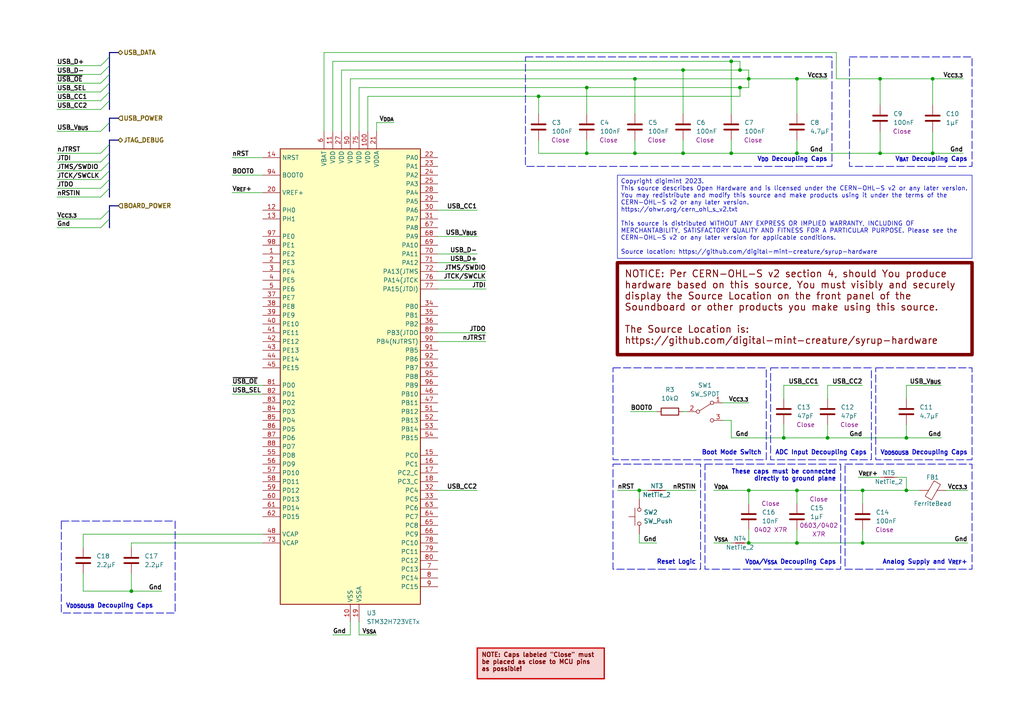
<source format=kicad_sch>
(kicad_sch (version 20230121) (generator eeschema)
  (paper "A4")
  (title_block (title "Syrup Hardware Soundboard: Microcontroller") (date "2023-12-22") (rev "0.1.0") (company "https://twitch.tv/digimint") (comment 1 "Source Location: https://github.com/digital-mint-creature/syrup-hardware") (comment 3 "Licensed under CERN-OHL- v2 or any later version") (comment 4 "Copyright digimint 2023"))
  (lib_symbols
    (symbol "Device:C" (pin_numbers hide) (pin_names (offset 0.254))
      (property "Reference" "C" (at 0.635 2.54 0))
      (property "Value" "C" (at 0.635 -2.54 0))
      (symbol "C_0_1"
        (polyline (pts (xy -2.032 -0.762) (xy 2.032 -0.762)) (stroke (width 0.508)))
        (polyline (pts (xy -2.032 0.762) (xy 2.032 0.762)) (stroke (width 0.508)))
      )
      (symbol "C_1_1"
        (pin passive line (at 0 3.81 270) (length 2.794) (name "~") (number "1"))
        (pin passive line (at 0 -3.81 90) (length 2.794) (name "~") (number "2"))
      )
    )
    (symbol "Device:FerriteBead" (pin_numbers hide) (pin_names (offset 0))
      (property "Reference" "FB" (at -3.81 0.635 90))
      (property "Value" "FerriteBead" (at 3.81 0 90))
      (symbol "FerriteBead_0_1"
        (polyline (pts (xy 0 -1.27) (xy 0 -1.2192)))
        (polyline (pts (xy 0 1.27) (xy 0 1.2954)))
        (polyline (pts (xy -2.7686 0.4064) (xy -1.7018 2.2606) (xy 2.7686 -0.3048) (xy 1.6764 -2.159) (xy -2.7686 0.4064)))
      )
      (symbol "FerriteBead_1_1"
        (pin passive line (at 0 3.81 270) (length 2.54) (name "~") (number "1"))
        (pin passive line (at 0 -3.81 90) (length 2.54) (name "~") (number "2"))
      )
    )
    (symbol "Device:NetTie_2" (pin_numbers hide) (pin_names (offset 0) hide) (in_bom no)
      (property "Reference" "NT" (at 0 1.27 0))
      (property "Value" "NetTie_2" (at 0 -1.27 0))
      (symbol "NetTie_2_0_1"
        (polyline (pts (xy -1.27 0) (xy 1.27 0)) (stroke (width 0.254)))
      )
      (symbol "NetTie_2_1_1"
        (pin passive line (at -2.54 0 0) (length 2.54) (name "1") (number "1"))
        (pin passive line (at 2.54 0 180) (length 2.54) (name "2") (number "2"))
      )
    )
    (symbol "Device:R" (pin_numbers hide) (pin_names (offset 0))
      (property "Reference" "R" (at 2.032 0 90))
      (property "Value" "R" (at 0 0 90))
      (symbol "R_0_1"
        (rectangle (start -1.016 -2.54) (end 1.016 2.54) (stroke (width 0.254)))
      )
      (symbol "R_1_1"
        (pin passive line (at 0 3.81 270) (length 1.27) (name "~") (number "1"))
        (pin passive line (at 0 -3.81 90) (length 1.27) (name "~") (number "2"))
      )
    )
    (symbol "MCU_ST_STM32H7:STM32H723VETx"
      (property "Reference" "U" (at -20.32 67.31 0))
      (property "Value" "STM32H723VETx" (at 10.16 67.31 0))
      (symbol "STM32H723VETx_0_1"
        (rectangle (start -20.32 -66.04) (end 20.32 66.04) (stroke (width 0.254)) (fill (type background)))
      )
      (symbol "STM32H723VETx_1_1"
        (pin bidirectional line (at -25.4 35.56 0) (length 5.08) (name "PE2") (number "1"))
        (pin power_in line (at 0 -71.12 90) (length 5.08) (name "VSS") (number "10"))
        (pin power_in line (at 5.08 71.12 270) (length 5.08) (name "VDD") (number "100"))
        (pin power_in line (at -5.08 71.12 270) (length 5.08) (name "VDD") (number "11"))
        (pin bidirectional line (at -25.4 48.26 0) (length 5.08) (name "PH0") (number "12"))
        (pin bidirectional line (at -25.4 45.72 0) (length 5.08) (name "PH1") (number "13"))
        (pin input line (at -25.4 63.5 0) (length 5.08) (name "NRST") (number "14"))
        (pin bidirectional line (at 25.4 -22.86 180) (length 5.08) (name "PC0") (number "15"))
        (pin bidirectional line (at 25.4 -25.4 180) (length 5.08) (name "PC1") (number "16"))
        (pin bidirectional line (at 25.4 -27.94 180) (length 5.08) (name "PC2_C") (number "17"))
        (pin bidirectional line (at 25.4 -30.48 180) (length 5.08) (name "PC3_C") (number "18"))
        (pin power_in line (at 2.54 -71.12 90) (length 5.08) (name "VSSA") (number "19"))
        (pin bidirectional line (at -25.4 33.02 0) (length 5.08) (name "PE3") (number "2"))
        (pin input line (at -25.4 53.34 0) (length 5.08) (name "VREF+") (number "20"))
        (pin power_in line (at 7.62 71.12 270) (length 5.08) (name "VDDA") (number "21"))
        (pin bidirectional line (at 25.4 63.5 180) (length 5.08) (name "PA0") (number "22"))
        (pin bidirectional line (at 25.4 60.96 180) (length 5.08) (name "PA1") (number "23"))
        (pin bidirectional line (at 25.4 58.42 180) (length 5.08) (name "PA2") (number "24"))
        (pin bidirectional line (at 25.4 55.88 180) (length 5.08) (name "PA3") (number "25"))
        (pin passive line (at 0 -71.12 90) (length 5.08) hide (name "VSS") (number "26"))
        (pin power_in line (at -2.54 71.12 270) (length 5.08) (name "VDD") (number "27"))
        (pin bidirectional line (at 25.4 53.34 180) (length 5.08) (name "PA4") (number "28"))
        (pin bidirectional line (at 25.4 50.8 180) (length 5.08) (name "PA5") (number "29"))
        (pin bidirectional line (at -25.4 30.48 0) (length 5.08) (name "PE4") (number "3"))
        (pin bidirectional line (at 25.4 48.26 180) (length 5.08) (name "PA6") (number "30"))
        (pin bidirectional line (at 25.4 45.72 180) (length 5.08) (name "PA7") (number "31"))
        (pin bidirectional line (at 25.4 -33.02 180) (length 5.08) (name "PC4") (number "32"))
        (pin bidirectional line (at 25.4 -35.56 180) (length 5.08) (name "PC5") (number "33"))
        (pin bidirectional line (at 25.4 20.32 180) (length 5.08) (name "PB0") (number "34"))
        (pin bidirectional line (at 25.4 17.78 180) (length 5.08) (name "PB1") (number "35"))
        (pin bidirectional line (at 25.4 15.24 180) (length 5.08) (name "PB2") (number "36"))
        (pin bidirectional line (at -25.4 22.86 0) (length 5.08) (name "PE7") (number "37"))
        (pin bidirectional line (at -25.4 20.32 0) (length 5.08) (name "PE8") (number "38"))
        (pin bidirectional line (at -25.4 17.78 0) (length 5.08) (name "PE9") (number "39"))
        (pin bidirectional line (at -25.4 27.94 0) (length 5.08) (name "PE5") (number "4"))
        (pin bidirectional line (at -25.4 15.24 0) (length 5.08) (name "PE10") (number "40"))
        (pin bidirectional line (at -25.4 12.7 0) (length 5.08) (name "PE11") (number "41"))
        (pin bidirectional line (at -25.4 10.16 0) (length 5.08) (name "PE12") (number "42"))
        (pin bidirectional line (at -25.4 7.62 0) (length 5.08) (name "PE13") (number "43"))
        (pin bidirectional line (at -25.4 5.08 0) (length 5.08) (name "PE14") (number "44"))
        (pin bidirectional line (at -25.4 2.54 0) (length 5.08) (name "PE15") (number "45"))
        (pin bidirectional line (at 25.4 -5.08 180) (length 5.08) (name "PB10") (number "46"))
        (pin bidirectional line (at 25.4 -7.62 180) (length 5.08) (name "PB11") (number "47"))
        (pin power_out line (at -25.4 -45.72 0) (length 5.08) (name "VCAP") (number "48"))
        (pin passive line (at 0 -71.12 90) (length 5.08) hide (name "VSS") (number "49"))
        (pin bidirectional line (at -25.4 25.4 0) (length 5.08) (name "PE6") (number "5"))
        (pin power_in line (at 0 71.12 270) (length 5.08) (name "VDD") (number "50"))
        (pin bidirectional line (at 25.4 -10.16 180) (length 5.08) (name "PB12") (number "51"))
        (pin bidirectional line (at 25.4 -12.7 180) (length 5.08) (name "PB13") (number "52"))
        (pin bidirectional line (at 25.4 -15.24 180) (length 5.08) (name "PB14") (number "53"))
        (pin bidirectional line (at 25.4 -17.78 180) (length 5.08) (name "PB15") (number "54"))
        (pin bidirectional line (at -25.4 -22.86 0) (length 5.08) (name "PD8") (number "55"))
        (pin bidirectional line (at -25.4 -25.4 0) (length 5.08) (name "PD9") (number "56"))
        (pin bidirectional line (at -25.4 -27.94 0) (length 5.08) (name "PD10") (number "57"))
        (pin bidirectional line (at -25.4 -30.48 0) (length 5.08) (name "PD11") (number "58"))
        (pin bidirectional line (at -25.4 -33.02 0) (length 5.08) (name "PD12") (number "59"))
        (pin power_in line (at -7.62 71.12 270) (length 5.08) (name "VBAT") (number "6"))
        (pin bidirectional line (at -25.4 -35.56 0) (length 5.08) (name "PD13") (number "60"))
        (pin bidirectional line (at -25.4 -38.1 0) (length 5.08) (name "PD14") (number "61"))
        (pin bidirectional line (at -25.4 -40.64 0) (length 5.08) (name "PD15") (number "62"))
        (pin bidirectional line (at 25.4 -38.1 180) (length 5.08) (name "PC6") (number "63"))
        (pin bidirectional line (at 25.4 -40.64 180) (length 5.08) (name "PC7") (number "64"))
        (pin bidirectional line (at 25.4 -43.18 180) (length 5.08) (name "PC8") (number "65"))
        (pin bidirectional line (at 25.4 -45.72 180) (length 5.08) (name "PC9") (number "66"))
        (pin bidirectional line (at 25.4 43.18 180) (length 5.08) (name "PA8") (number "67"))
        (pin bidirectional line (at 25.4 40.64 180) (length 5.08) (name "PA9") (number "68"))
        (pin bidirectional line (at 25.4 38.1 180) (length 5.08) (name "PA10") (number "69"))
        (pin bidirectional line (at 25.4 -55.88 180) (length 5.08) (name "PC13") (number "7"))
        (pin bidirectional line (at 25.4 35.56 180) (length 5.08) (name "PA11") (number "70"))
        (pin bidirectional line (at 25.4 33.02 180) (length 5.08) (name "PA12") (number "71"))
        (pin bidirectional line (at 25.4 30.48 180) (length 5.08) (name "PA13(JTMS") (number "72"))
        (pin power_out line (at -25.4 -48.26 0) (length 5.08) (name "VCAP") (number "73"))
        (pin passive line (at 0 -71.12 90) (length 5.08) hide (name "VSS") (number "74"))
        (pin power_in line (at 2.54 71.12 270) (length 5.08) (name "VDD") (number "75"))
        (pin bidirectional line (at 25.4 27.94 180) (length 5.08) (name "PA14(JTCK") (number "76"))
        (pin bidirectional line (at 25.4 25.4 180) (length 5.08) (name "PA15(JTDI)") (number "77"))
        (pin bidirectional line (at 25.4 -48.26 180) (length 5.08) (name "PC10") (number "78"))
        (pin bidirectional line (at 25.4 -50.8 180) (length 5.08) (name "PC11") (number "79"))
        (pin bidirectional line (at 25.4 -58.42 180) (length 5.08) (name "PC14") (number "8"))
        (pin bidirectional line (at 25.4 -53.34 180) (length 5.08) (name "PC12") (number "80"))
        (pin bidirectional line (at -25.4 -2.54 0) (length 5.08) (name "PD0") (number "81"))
        (pin bidirectional line (at -25.4 -5.08 0) (length 5.08) (name "PD1") (number "82"))
        (pin bidirectional line (at -25.4 -7.62 0) (length 5.08) (name "PD2") (number "83"))
        (pin bidirectional line (at -25.4 -10.16 0) (length 5.08) (name "PD3") (number "84"))
        (pin bidirectional line (at -25.4 -12.7 0) (length 5.08) (name "PD4") (number "85"))
        (pin bidirectional line (at -25.4 -15.24 0) (length 5.08) (name "PD5") (number "86"))
        (pin bidirectional line (at -25.4 -17.78 0) (length 5.08) (name "PD6") (number "87"))
        (pin bidirectional line (at -25.4 -20.32 0) (length 5.08) (name "PD7") (number "88"))
        (pin bidirectional line (at 25.4 12.7 180) (length 5.08) (name "PB3(JTDO") (number "89"))
        (pin bidirectional line (at 25.4 -60.96 180) (length 5.08) (name "PC15") (number "9"))
        (pin bidirectional line (at 25.4 10.16 180) (length 5.08) (name "PB4(NJTRST)") (number "90"))
        (pin bidirectional line (at 25.4 7.62 180) (length 5.08) (name "PB5") (number "91"))
        (pin bidirectional line (at 25.4 5.08 180) (length 5.08) (name "PB6") (number "92"))
        (pin bidirectional line (at 25.4 2.54 180) (length 5.08) (name "PB7") (number "93"))
        (pin input line (at -25.4 58.42 0) (length 5.08) (name "BOOT0") (number "94"))
        (pin bidirectional line (at 25.4 0 180) (length 5.08) (name "PB8") (number "95"))
        (pin bidirectional line (at 25.4 -2.54 180) (length 5.08) (name "PB9") (number "96"))
        (pin bidirectional line (at -25.4 40.64 0) (length 5.08) (name "PE0") (number "97"))
        (pin bidirectional line (at -25.4 38.1 0) (length 5.08) (name "PE1") (number "98"))
        (pin passive line (at 0 -71.12 90) (length 5.08) hide (name "VSS") (number "99"))
      )
    )
    (symbol "Switch:SW_Push" (pin_numbers hide) (pin_names (offset 1.016) hide)
      (property "Reference" "SW" (at 1.27 2.54 0))
      (property "Value" "SW_Push" (at 0 -1.524 0))
      (symbol "SW_Push_0_1"
        (circle (center -2.032 0) (radius 0.508))
        (polyline (pts (xy 0 1.27) (xy 0 3.048)))
        (polyline (pts (xy 2.54 1.27) (xy -2.54 1.27)))
        (circle (center 2.032 0) (radius 0.508))
        (pin passive line (at -5.08 0 0) (length 2.54) (name "1") (number "1"))
        (pin passive line (at 5.08 0 180) (length 2.54) (name "2") (number "2"))
      )
    )
    (symbol "Switch:SW_SPDT" (pin_names (offset 0) hide)
      (property "Reference" "SW" (at 0 4.318 0))
      (property "Value" "SW_SPDT" (at 0 -5.08 0))
      (symbol "SW_SPDT_0_0"
        (circle (center -2.032 0) (radius 0.508))
        (circle (center 2.032 -2.54) (radius 0.508))
      )
      (symbol "SW_SPDT_0_1"
        (polyline (pts (xy -1.524 0.254) (xy 1.651 2.286)))
        (circle (center 2.032 2.54) (radius 0.508))
      )
      (symbol "SW_SPDT_1_1"
        (pin passive line (at 5.08 2.54 180) (length 2.54) (name "A") (number "1"))
        (pin passive line (at -5.08 0 0) (length 2.54) (name "B") (number "2"))
        (pin passive line (at 5.08 -2.54 180) (length 2.54) (name "C") (number "3"))
      )
    )
  )
  (junction (at 198.12 44.45))
  (junction (at 217.17 157.48))
  (junction (at 214.63 20.32))
  (junction (at 217.17 22.86))
  (junction (at 231.14 44.45))
  (junction (at 231.14 157.48))
  (junction (at 214.63 25.4))
  (junction (at 250.19 157.48))
  (junction (at 270.51 22.86))
  (junction (at 255.27 44.45))
  (junction (at 184.15 44.45))
  (junction (at 212.09 17.78))
  (junction (at 170.18 25.4))
  (junction (at 38.1 171.45))
  (junction (at 231.14 22.86))
  (junction (at 270.51 44.45))
  (junction (at 217.17 142.24))
  (junction (at 184.15 22.86))
  (junction (at 198.12 20.32))
  (junction (at 262.89 142.24))
  (junction (at 262.89 127))
  (junction (at 255.27 22.86))
  (junction (at 212.09 44.45))
  (junction (at 170.18 44.45))
  (junction (at 227.33 127))
  (junction (at 156.21 27.94))
  (junction (at 231.14 142.24))
  (junction (at 240.03 127))
  (junction (at 185.42 142.24))
  (junction (at 250.19 142.24))
  (bus_entry (at 31.75 49.53) (size -2.54 2.54))
  (bus_entry (at 31.75 21.59) (size -2.54 2.54))
  (bus_entry (at 31.75 44.45) (size -2.54 2.54))
  (bus_entry (at 31.75 52.07) (size -2.54 2.54))
  (bus_entry (at 31.75 26.67) (size -2.54 2.54))
  (bus_entry (at 31.75 16.51) (size -2.54 2.54))
  (bus_entry (at 31.75 35.56) (size -2.54 2.54))
  (bus_entry (at 31.75 54.61) (size -2.54 2.54))
  (bus_entry (at 31.75 41.91) (size -2.54 2.54))
  (bus_entry (at 31.75 60.96) (size -2.54 2.54))
  (bus_entry (at 31.75 63.5) (size -2.54 2.54))
  (bus_entry (at 31.75 24.13) (size -2.54 2.54))
  (bus_entry (at 31.75 19.05) (size -2.54 2.54))
  (bus_entry (at 31.75 46.99) (size -2.54 2.54))
  (bus_entry (at 31.75 29.21) (size -2.54 2.54))
  (wire (pts (xy 156.21 27.94) (xy 156.21 33.02)))
  (wire (pts (xy 231.14 22.86) (xy 240.03 22.86)))
  (wire (pts (xy 270.51 44.45) (xy 279.4 44.45)))
  (wire (pts (xy 185.42 154.94) (xy 185.42 157.48)))
  (bus (pts (xy 31.75 63.5) (xy 31.75 66.04)))
  (wire (pts (xy 262.89 123.19) (xy 262.89 127)))
  (wire (pts (xy 16.51 66.04) (xy 29.21 66.04)))
  (wire (pts (xy 67.31 45.72) (xy 76.2 45.72)))
  (wire (pts (xy 127 73.66) (xy 138.43 73.66)))
  (wire (pts (xy 184.15 40.64) (xy 184.15 44.45)))
  (bus (pts (xy 31.75 52.07) (xy 31.75 54.61)))
  (wire (pts (xy 184.15 22.86) (xy 184.15 33.02)))
  (wire (pts (xy 179.07 142.24) (xy 185.42 142.24)))
  (wire (pts (xy 212.09 127) (xy 212.09 121.92)))
  (wire (pts (xy 185.42 142.24) (xy 187.96 142.24)))
  (wire (pts (xy 24.13 154.94) (xy 24.13 158.75)))
  (wire (pts (xy 16.51 44.45) (xy 29.21 44.45)))
  (bus (pts (xy 34.29 34.29) (xy 31.75 34.29)))
  (wire (pts (xy 16.51 52.07) (xy 29.21 52.07)))
  (wire (pts (xy 185.42 157.48) (xy 190.5 157.48)))
  (wire (pts (xy 93.98 38.1) (xy 93.98 15.24)))
  (bus (pts (xy 31.75 59.69) (xy 31.75 60.96)))
  (wire (pts (xy 76.2 154.94) (xy 24.13 154.94)))
  (wire (pts (xy 99.06 38.1) (xy 99.06 20.32)))
  (wire (pts (xy 170.18 25.4) (xy 170.18 33.02)))
  (wire (pts (xy 184.15 44.45) (xy 198.12 44.45)))
  (wire (pts (xy 16.51 38.1) (xy 29.21 38.1)))
  (wire (pts (xy 217.17 142.24) (xy 217.17 146.05)))
  (wire (pts (xy 185.42 142.24) (xy 185.42 144.78)))
  (wire (pts (xy 24.13 171.45) (xy 38.1 171.45)))
  (wire (pts (xy 127 68.58) (xy 138.43 68.58)))
  (wire (pts (xy 207.01 142.24) (xy 217.17 142.24)))
  (wire (pts (xy 242.57 15.24) (xy 242.57 22.86)))
  (wire (pts (xy 274.32 142.24) (xy 280.67 142.24)))
  (wire (pts (xy 182.88 119.38) (xy 190.5 119.38)))
  (wire (pts (xy 156.21 40.64) (xy 156.21 44.45)))
  (bus (pts (xy 31.75 34.29) (xy 31.75 35.56)))
  (wire (pts (xy 227.33 123.19) (xy 227.33 127)))
  (wire (pts (xy 198.12 40.64) (xy 198.12 44.45)))
  (wire (pts (xy 212.09 44.45) (xy 231.14 44.45)))
  (wire (pts (xy 214.63 20.32) (xy 217.17 20.32)))
  (wire (pts (xy 217.17 142.24) (xy 231.14 142.24)))
  (wire (pts (xy 248.92 138.43) (xy 255.27 138.43)))
  (bus (pts (xy 31.75 35.56) (xy 31.75 38.1)))
  (wire (pts (xy 198.12 44.45) (xy 212.09 44.45)))
  (wire (pts (xy 262.89 138.43) (xy 262.89 142.24)))
  (bus (pts (xy 31.75 41.91) (xy 31.75 44.45)))
  (wire (pts (xy 214.63 25.4) (xy 217.17 25.4)))
  (wire (pts (xy 270.51 38.1) (xy 270.51 44.45)))
  (wire (pts (xy 170.18 40.64) (xy 170.18 44.45)))
  (wire (pts (xy 262.89 127) (xy 273.05 127)))
  (wire (pts (xy 237.49 111.76) (xy 227.33 111.76)))
  (wire (pts (xy 93.98 15.24) (xy 242.57 15.24)))
  (wire (pts (xy 156.21 44.45) (xy 170.18 44.45)))
  (wire (pts (xy 240.03 127) (xy 262.89 127)))
  (wire (pts (xy 109.22 35.56) (xy 114.3 35.56)))
  (wire (pts (xy 198.12 20.32) (xy 214.63 20.32)))
  (wire (pts (xy 262.89 111.76) (xy 262.89 115.57)))
  (wire (pts (xy 273.05 111.76) (xy 262.89 111.76)))
  (wire (pts (xy 270.51 22.86) (xy 270.51 30.48)))
  (wire (pts (xy 99.06 20.32) (xy 198.12 20.32)))
  (wire (pts (xy 255.27 38.1) (xy 255.27 44.45)))
  (wire (pts (xy 127 81.28) (xy 140.97 81.28)))
  (wire (pts (xy 156.21 27.94) (xy 214.63 27.94)))
  (wire (pts (xy 101.6 38.1) (xy 101.6 22.86)))
  (wire (pts (xy 227.33 111.76) (xy 227.33 115.57)))
  (wire (pts (xy 214.63 17.78) (xy 214.63 20.32)))
  (bus (pts (xy 31.75 40.64) (xy 34.29 40.64)))
  (wire (pts (xy 250.19 111.76) (xy 240.03 111.76)))
  (wire (pts (xy 260.35 138.43) (xy 262.89 138.43)))
  (wire (pts (xy 231.14 22.86) (xy 231.14 33.02)))
  (wire (pts (xy 217.17 153.67) (xy 217.17 157.48)))
  (wire (pts (xy 212.09 17.78) (xy 212.09 33.02)))
  (wire (pts (xy 67.31 114.3) (xy 76.2 114.3)))
  (bus (pts (xy 31.75 21.59) (xy 31.75 24.13)))
  (wire (pts (xy 255.27 22.86) (xy 270.51 22.86)))
  (wire (pts (xy 67.31 55.88) (xy 76.2 55.88)))
  (bus (pts (xy 31.75 16.51) (xy 31.75 19.05)))
  (bus (pts (xy 31.75 24.13) (xy 31.75 26.67)))
  (wire (pts (xy 16.51 21.59) (xy 29.21 21.59)))
  (wire (pts (xy 38.1 157.48) (xy 38.1 158.75)))
  (wire (pts (xy 198.12 20.32) (xy 198.12 33.02)))
  (wire (pts (xy 127 99.06) (xy 140.97 99.06)))
  (bus (pts (xy 31.75 26.67) (xy 31.75 29.21)))
  (wire (pts (xy 212.09 121.92) (xy 209.55 121.92)))
  (wire (pts (xy 212.09 17.78) (xy 214.63 17.78)))
  (wire (pts (xy 127 96.52) (xy 140.97 96.52)))
  (wire (pts (xy 231.14 142.24) (xy 250.19 142.24)))
  (wire (pts (xy 217.17 157.48) (xy 231.14 157.48)))
  (wire (pts (xy 255.27 44.45) (xy 270.51 44.45)))
  (wire (pts (xy 16.51 24.13) (xy 29.21 24.13)))
  (wire (pts (xy 250.19 153.67) (xy 250.19 157.48)))
  (wire (pts (xy 231.14 44.45) (xy 231.14 40.64)))
  (wire (pts (xy 104.14 184.15) (xy 109.22 184.15)))
  (wire (pts (xy 255.27 22.86) (xy 255.27 30.48)))
  (wire (pts (xy 231.14 142.24) (xy 231.14 146.05)))
  (wire (pts (xy 212.09 44.45) (xy 212.09 40.64)))
  (wire (pts (xy 250.19 142.24) (xy 262.89 142.24)))
  (wire (pts (xy 170.18 25.4) (xy 214.63 25.4)))
  (wire (pts (xy 76.2 157.48) (xy 38.1 157.48)))
  (wire (pts (xy 96.52 17.78) (xy 96.52 38.1)))
  (bus (pts (xy 31.75 15.24) (xy 31.75 16.51)))
  (wire (pts (xy 16.51 57.15) (xy 29.21 57.15)))
  (wire (pts (xy 16.51 46.99) (xy 29.21 46.99)))
  (wire (pts (xy 270.51 22.86) (xy 279.4 22.86)))
  (wire (pts (xy 127 78.74) (xy 140.97 78.74)))
  (bus (pts (xy 31.75 44.45) (xy 31.75 46.99)))
  (wire (pts (xy 250.19 142.24) (xy 250.19 146.05)))
  (wire (pts (xy 67.31 50.8) (xy 76.2 50.8)))
  (wire (pts (xy 231.14 157.48) (xy 250.19 157.48)))
  (wire (pts (xy 198.12 119.38) (xy 199.39 119.38)))
  (bus (pts (xy 31.75 19.05) (xy 31.75 21.59)))
  (wire (pts (xy 16.51 29.21) (xy 29.21 29.21)))
  (wire (pts (xy 104.14 180.34) (xy 104.14 184.15)))
  (wire (pts (xy 101.6 180.34) (xy 101.6 184.15)))
  (wire (pts (xy 212.09 127) (xy 227.33 127)))
  (wire (pts (xy 227.33 127) (xy 240.03 127)))
  (wire (pts (xy 231.14 44.45) (xy 255.27 44.45)))
  (wire (pts (xy 217.17 25.4) (xy 217.17 22.86)))
  (wire (pts (xy 67.31 111.76) (xy 76.2 111.76)))
  (wire (pts (xy 242.57 22.86) (xy 255.27 22.86)))
  (wire (pts (xy 16.51 31.75) (xy 29.21 31.75)))
  (bus (pts (xy 31.75 54.61) (xy 31.75 57.15)))
  (wire (pts (xy 250.19 157.48) (xy 280.67 157.48)))
  (wire (pts (xy 96.52 17.78) (xy 212.09 17.78)))
  (wire (pts (xy 106.68 27.94) (xy 156.21 27.94)))
  (wire (pts (xy 240.03 123.19) (xy 240.03 127)))
  (wire (pts (xy 24.13 166.37) (xy 24.13 171.45)))
  (wire (pts (xy 266.7 142.24) (xy 262.89 142.24)))
  (wire (pts (xy 193.04 142.24) (xy 201.93 142.24)))
  (wire (pts (xy 106.68 38.1) (xy 106.68 27.94)))
  (bus (pts (xy 31.75 15.24) (xy 34.29 15.24)))
  (wire (pts (xy 127 60.96) (xy 138.43 60.96)))
  (wire (pts (xy 127 83.82) (xy 140.97 83.82)))
  (wire (pts (xy 38.1 166.37) (xy 38.1 171.45)))
  (bus (pts (xy 31.75 40.64) (xy 31.75 41.91)))
  (wire (pts (xy 109.22 38.1) (xy 109.22 35.56)))
  (wire (pts (xy 104.14 38.1) (xy 104.14 25.4)))
  (wire (pts (xy 240.03 111.76) (xy 240.03 115.57)))
  (bus (pts (xy 31.75 29.21) (xy 31.75 31.75)))
  (wire (pts (xy 16.51 63.5) (xy 29.21 63.5)))
  (wire (pts (xy 101.6 22.86) (xy 184.15 22.86)))
  (wire (pts (xy 217.17 22.86) (xy 231.14 22.86)))
  (wire (pts (xy 170.18 44.45) (xy 184.15 44.45)))
  (wire (pts (xy 214.63 25.4) (xy 214.63 27.94)))
  (wire (pts (xy 16.51 49.53) (xy 29.21 49.53)))
  (wire (pts (xy 184.15 22.86) (xy 217.17 22.86)))
  (wire (pts (xy 127 142.24) (xy 138.43 142.24)))
  (wire (pts (xy 104.14 25.4) (xy 170.18 25.4)))
  (bus (pts (xy 31.75 59.69) (xy 34.29 59.69)))
  (wire (pts (xy 207.01 157.48) (xy 212.09 157.48)))
  (wire (pts (xy 96.52 184.15) (xy 101.6 184.15)))
  (bus (pts (xy 31.75 60.96) (xy 31.75 63.5)))
  (wire (pts (xy 38.1 171.45) (xy 46.99 171.45)))
  (wire (pts (xy 127 76.2) (xy 138.43 76.2)))
  (wire (pts (xy 16.51 54.61) (xy 29.21 54.61)))
  (bus (pts (xy 31.75 49.53) (xy 31.75 52.07)))
  (wire (pts (xy 209.55 116.84) (xy 217.17 116.84)))
  (wire (pts (xy 16.51 19.05) (xy 29.21 19.05)))
  (bus (pts (xy 31.75 46.99) (xy 31.75 49.53)))
  (wire (pts (xy 16.51 26.67) (xy 29.21 26.67)))
  (wire (pts (xy 231.14 153.67) (xy 231.14 157.48)))
  (wire (pts (xy 217.17 20.32) (xy 217.17 22.86)))
  (rectangle (start 254 106.68) (end 281.94 133.35) (stroke (width 0.2) (type dash)))
  (rectangle (start 177.8 134.62) (end 203.2 165.1) (stroke (width 0.2) (type dash)))
  (rectangle (start 245.11 134.62) (end 281.94 165.1) (stroke (width 0.2) (type dash)))
  (rectangle (start 17.78 151.13) (end 50.8 177.8) (stroke (width 0.2) (type dash)))
  (rectangle (start 152.4 16.51) (end 241.3 48.26) (stroke (width 0.2) (type dash)))
  (rectangle (start 223.52 106.68) (end 252.73 133.35) (stroke (width 0.2) (type dash)))
  (rectangle (start 177.8 106.68) (end 222.25 133.35) (stroke (width 0.2) (type dash)))
  (rectangle (start 246.38 16.51) (end 281.94 48.26) (stroke (width 0.2) (type dash)))
  (rectangle (start 204.47 134.62) (end 243.84 165.1) (stroke (width 0.2) (type dash)))
  (text_box "NOTICE: Per CERN-OHL-S v2 section 4, should You produce hardware based on this source, You must visibly and securely display the Source Location on the front panel of the Soundboard or other products you make using this source.\n\nThe Source Location is:\nhttps://github.com/digital-mint-creature/syrup-hardware" (at 179.07 76.2 0) (size 102.87 26.67) (stroke (width 1) (color 122 0 0 1)) (effects (font (size 2 2) (thickness 0.254) bold) (justify left top)))
  (text_box "Copyright digimint 2023.\nThis source describes Open Hardware and is licensed under the CERN-OHL-S v2 or any later version.\nYou may redistribute and modify this source and make products using it under the terms of the CERN-OHL-S v2 or any later version.\nhttps://ohwr.org/cern_ohl_s_v2.txt\n\nThis source is distributed WITHOUT ANY EXPRESS OR IMPLIED WARRANTY, INCLUDING OF MERCHANTABILITY, SATISFACTORY QUALITY AND FITNESS FOR A PARTICULAR PURPOSE. Please see the CERN-OHL-S v2 or any later version for applicable conditions.\n\nSource location: https://github.com/digital-mint-creature/syrup-hardware" (at 179.07 50.8 0) (size 102.87 24.13) (effects (font (size 1.27 1.27)) (justify left top)))
  (text_box "NOTE: Caps labeled \"Close\" must be placed as close to MCU pins as possible!" (at 138.43 187.96 0) (size 36.83 8.89) (stroke (width 0.4) (color 197 0 0 1)) (fill (type color) (color 247 213 213 1)) (effects (font (size 1.27 1.27) bold) (justify left top)))
  (text "Boot Mode Switch" (at 220.98 132.08 0) (effects (font (size 1.27 1.27) bold) (justify right bottom)))
  (text "V_{DD} Decoupling Caps" (at 240.03 46.99 0) (effects (font (size 1.27 1.27) bold) (justify right bottom)))
  (text "V_{DD50USB} Decoupling Caps" (at 255.27 132.08 0) (effects (font (size 1.27 1.27) bold) (justify left bottom)))
  (text "V_{BAT} Decoupling Caps" (at 280.67 46.99 0) (effects (font (size 1.27 1.27) bold) (justify right bottom)))
  (text "These caps must be connected\ndirectly to ground plane" (at 242.57 139.7 0) (effects (font (size 1.27 1.27) bold) (justify right bottom)))
  (text "Reset Logic" (at 201.93 163.83 0) (effects (font (size 1.27 1.27) bold) (justify right bottom)))
  (text "Analog Supply and V_{REF}+" (at 280.67 163.83 0) (effects (font (size 1.27 1.27) bold) (justify right bottom)))
  (text "V_{DD50USB} Decoupling Caps" (at 19.05 176.53 0) (effects (font (size 1.27 1.27) bold) (justify left bottom)))
  (text "V_{DDA}/V_{SSA} Decoupling Caps" (at 242.57 163.83 0) (effects (font (size 1.27 1.27) bold) (justify right bottom)))
  (text "ADC Input Decoupling Caps" (at 224.79 132.08 0) (effects (font (size 1.27 1.27) bold) (justify left bottom)))
  (label "JTDO" (at 16.51 54.61 0) (effects (font bold)))
  (label "USB_CC2" (at 250.19 111.76 180) (effects (font bold)))
  (label "USB_V_{BUS}" (at 16.51 38.1 0) (effects (font bold)))
  (label "V_{CC3.3}" (at 280.67 142.24 180) (effects (font bold)))
  (label "JTDO" (at 140.97 96.52 180) (effects (font bold)))
  (label "Gnd" (at 46.99 171.45 180) (effects (font bold)))
  (label "USB_CC1" (at 138.43 60.96 180) (effects (font bold)))
  (label "USB_V_{BUS}" (at 138.43 68.58 180) (effects (font bold)))
  (label "USB_SEL" (at 16.51 26.67 0) (effects (font bold)))
  (label "USB_CC1" (at 237.49 111.76 180) (effects (font bold)))
  (label "BOOT0" (at 182.88 119.38 0) (effects (font bold)))
  (label "Gnd" (at 217.17 127 180) (effects (font bold)))
  (label "nRSTIN" (at 201.93 142.24 180) (effects (font bold)))
  (label "nJTRST" (at 16.51 44.45 0) (effects (font bold)))
  (label "nJTRST" (at 140.97 99.06 180) (effects (font bold)))
  (label "Gnd" (at 96.52 184.15 0) (effects (font bold)))
  (label "V_{SSA}" (at 207.01 157.48 0) (effects (font bold)))
  (label "USB_CC1" (at 16.51 29.21 0) (effects (font bold)))
  (label "V_{DDA}" (at 207.01 142.24 0) (effects (font bold)))
  (label "nRSTIN" (at 16.51 57.15 0) (effects (font bold)))
  (label "V_{CC3.3}" (at 217.17 116.84 180) (effects (font bold)))
  (label "JTDI" (at 16.51 46.99 0) (effects (font bold)))
  (label "USB_D-" (at 138.43 73.66 180) (effects (font bold)))
  (label "V_{REF}+" (at 248.92 138.43 0) (effects (font bold)))
  (label "nRST" (at 179.07 142.24 0) (effects (font bold)))
  (label "Gnd" (at 279.4 44.45 180) (effects (font bold)))
  (label "JTCK{slash}SWCLK" (at 140.97 81.28 180) (effects (font bold)))
  (label "Gnd" (at 280.67 157.48 180) (effects (font bold)))
  (label "USB_SEL" (at 67.31 114.3 0) (effects (font bold)))
  (label "Gnd" (at 16.51 66.04 0) (effects (font bold)))
  (label "V_{DDA}" (at 114.3 35.56 180) (effects (font bold)))
  (label "USB_CC2" (at 16.51 31.75 0) (effects (font bold)))
  (label "~{USB_OE}" (at 67.31 111.76 0) (effects (font bold)))
  (label "USB_D+" (at 138.43 76.2 180) (effects (font bold)))
  (label "USB_D-" (at 16.51 21.59 0) (effects (font bold)))
  (label "nRST" (at 67.31 45.72 0) (effects (font bold)))
  (label "V_{CC3.3}" (at 279.4 22.86 180) (effects (font bold)))
  (label "Gnd" (at 238.76 44.45 180) (effects (font bold)))
  (label "JTCK{slash}SWCLK" (at 16.51 52.07 0) (effects (font bold)))
  (label "V_{SSA}" (at 109.22 184.15 180) (effects (font bold)))
  (label "Gnd" (at 273.05 127 180) (effects (font bold)))
  (label "JTMS{slash}SWDIO" (at 16.51 49.53 0) (effects (font bold)))
  (label "USB_D+" (at 16.51 19.05 0) (effects (font bold)))
  (label "~{USB_OE}" (at 16.51 24.13 0) (effects (font bold)))
  (label "JTDI" (at 140.97 83.82 180) (effects (font bold)))
  (label "V_{REF}+" (at 67.31 55.88 0) (effects (font bold)))
  (label "USB_V_{BUS}" (at 273.05 111.76 180) (effects (font bold)))
  (label "V_{CC3.3}" (at 240.03 22.86 180) (effects (font bold)))
  (label "BOOT0" (at 67.31 50.8 0) (effects (font bold)))
  (label "Gnd" (at 190.5 157.48 180) (effects (font bold)))
  (label "Gnd" (at 250.19 127 180) (effects (font bold)))
  (label "V_{CC3.3}" (at 16.51 63.5 0) (effects (font bold)))
  (label "USB_CC2" (at 138.43 142.24 180) (effects (font bold)))
  (label "JTMS{slash}SWDIO" (at 140.97 78.74 180) (effects (font bold)))
  (hierarchical_label "BOARD_POWER" (shape input) (at 34.29 59.69 0) (effects (font bold)))
  (hierarchical_label "USB_DATA" (shape bidirectional) (at 34.29 15.24 0) (effects (font bold)))
  (hierarchical_label "USB_POWER" (shape input) (at 34.29 34.29 0) (effects (font bold)))
  (hierarchical_label "JTAG_DEBUG" (shape bidirectional) (at 34.29 40.64 0) (effects (font bold)))
  (symbol (lib_id "Device:C") (at 198.12 36.83 0) (unit 1)
    (property "Reference" "C6" (at 201.93 35.56 0) (effects (justify left)))
    (property "Value" "100nF" (at 201.93 38.1 0) (effects (justify left)))
    (property "Note" "Close" (at 204.47 40.64 0))
  )
  (symbol (lib_id "Switch:SW_SPDT") (at 204.47 119.38 0) (unit 1)
    (property "Reference" "SW1" (at 204.47 111.76 0))
    (property "Value" "SW_SPDT" (at 204.47 114.3 0))
  )
  (symbol (lib_id "Device:NetTie_2") (at 190.5 142.24 0) (unit 1) (in_bom no)
    (property "Reference" "NT3" (at 190.5 140.97 0))
    (property "Value" "NetTie_2" (at 190.5 143.51 0))
  )
  (symbol (lib_id "Device:NetTie_2") (at 257.81 138.43 0) (unit 1) (in_bom no)
    (property "Reference" "NT5" (at 257.81 137.16 0))
    (property "Value" "NetTie_2" (at 257.81 139.7 0))
  )
  (symbol (lib_id "Device:C") (at 227.33 119.38 0) (unit 1)
    (property "Reference" "C13" (at 231.14 118.11 0) (effects (justify left)))
    (property "Value" "47pF" (at 231.14 120.65 0) (effects (justify left)))
    (property "Note" "Close" (at 233.68 123.19 0))
  )
  (symbol (lib_id "Device:C") (at 217.17 149.86 0) (unit 1)
    (property "Reference" "C16" (at 220.98 148.59 0) (effects (justify left)))
    (property "Value" "10nF" (at 220.98 151.13 0) (effects (justify left)))
    (property "Note" "Close" (at 223.52 146.05 0))
    (property "Note2" "0402 X7R" (at 223.52 153.67 0))
  )
  (symbol (lib_id "Device:C") (at 240.03 119.38 0) (unit 1)
    (property "Reference" "C12" (at 243.84 118.11 0) (effects (justify left)))
    (property "Value" "47pF" (at 243.84 120.65 0) (effects (justify left)))
    (property "Note" "Close" (at 246.38 123.19 0))
  )
  (symbol (lib_id "MCU_ST_STM32H7:STM32H723VETx") (at 101.6 109.22 0) (unit 1)
    (property "Reference" "U3" (at 106.3341 177.8 0) (effects (justify left)))
    (property "Value" "STM32H723VETx" (at 106.3341 180.34 0) (effects (justify left)))
    (property "Footprint" "Package_QFP:LQFP-100_14x14mm_P0.5mm" (effects hide))
    (property "Datasheet" "https://www.st.com/resource/en/datasheet/stm32h723ve.pdf" (effects hide))
  )
  (symbol (lib_id "Device:C") (at 231.14 36.83 0) (unit 1)
    (property "Reference" "C8" (at 234.95 35.56 0) (effects (justify left)))
    (property "Value" "4.7μF" (at 234.95 38.1 0) (effects (justify left)))
  )
  (symbol (lib_id "Device:C") (at 255.27 34.29 0) (unit 1)
    (property "Reference" "C9" (at 259.08 33.02 0) (effects (justify left)))
    (property "Value" "100nF" (at 259.08 35.56 0) (effects (justify left)))
    (property "Note" "Close" (at 261.62 38.1 0))
  )
  (symbol (lib_id "Switch:SW_Push") (at 185.42 149.86 90) (unit 1)
    (property "Reference" "SW2" (at 186.69 148.59 90) (effects (justify right)))
    (property "Value" "SW_Push" (at 186.69 151.13 90) (effects (justify right)))
  )
  (symbol (lib_id "Device:R") (at 194.31 119.38 90) (unit 1)
    (property "Reference" "R3" (at 194.31 113.03 90))
    (property "Value" "10kΩ" (at 194.31 115.57 90))
  )
  (symbol (lib_id "Device:C") (at 212.09 36.83 0) (unit 1)
    (property "Reference" "C7" (at 215.9 35.56 0) (effects (justify left)))
    (property "Value" "100nF" (at 215.9 38.1 0) (effects (justify left)))
    (property "Note" "Close" (at 218.44 40.64 0))
  )
  (symbol (lib_id "Device:C") (at 24.13 162.56 0) (unit 1)
    (property "Reference" "C18" (at 27.94 161.29 0) (effects (justify left)))
    (property "Value" "2.2μF" (at 27.94 163.83 0) (effects (justify left)))
  )
  (symbol (lib_id "Device:C") (at 250.19 149.86 0) (unit 1)
    (property "Reference" "C14" (at 254 148.59 0) (effects (justify left)))
    (property "Value" "100nF" (at 254 151.13 0) (effects (justify left)))
    (property "Note" "Close" (at 256.54 153.67 0))
  )
  (symbol (lib_id "Device:C") (at 270.51 34.29 0) (unit 1)
    (property "Reference" "C10" (at 274.32 33.02 0) (effects (justify left)))
    (property "Value" "1μF" (at 274.32 35.56 0) (effects (justify left)))
  )
  (symbol (lib_id "Device:C") (at 170.18 36.83 0) (unit 1)
    (property "Reference" "C4" (at 173.99 35.56 0) (effects (justify left)))
    (property "Value" "100nF" (at 173.99 38.1 0) (effects (justify left)))
    (property "Note" "Close" (at 176.53 40.64 0))
  )
  (symbol (lib_id "Device:C") (at 156.21 36.83 0) (unit 1)
    (property "Reference" "C3" (at 160.02 35.56 0) (effects (justify left)))
    (property "Value" "100nF" (at 160.02 38.1 0) (effects (justify left)))
    (property "Note" "Close" (at 162.56 40.64 0))
  )
  (symbol (lib_id "Device:C") (at 231.14 149.86 0) (unit 1)
    (property "Reference" "C15" (at 234.95 147.32 0) (effects (justify left)))
    (property "Value" "1μF" (at 234.95 149.86 0) (effects (justify left)))
    (property "Note" "Close" (at 237.49 144.78 0))
    (property "Note2" "0603/0402" (at 237.49 152.4 0))
    (property "Note3" "X7R" (at 237.49 154.94 0))
  )
  (symbol (lib_id "Device:C") (at 262.89 119.38 0) (unit 1)
    (property "Reference" "C11" (at 266.7 118.11 0) (effects (justify left)))
    (property "Value" "4.7μF" (at 266.7 120.65 0) (effects (justify left)))
  )
  (symbol (lib_id "Device:FerriteBead") (at 270.51 142.24 270) (unit 1)
    (property "Reference" "FB1" (at 270.51 138.43 90))
    (property "Value" "FerriteBead" (at 270.51 146.05 90))
  )
  (symbol (lib_id "Device:C") (at 184.15 36.83 0) (unit 1)
    (property "Reference" "C5" (at 187.96 35.56 0) (effects (justify left)))
    (property "Value" "100nF" (at 187.96 38.1 0) (effects (justify left)))
    (property "Note" "Close" (at 190.5 40.64 0))
  )
  (symbol (lib_id "Device:NetTie_2") (at 214.63 157.48 0) (unit 1) (in_bom no)
    (property "Reference" "NT4" (at 214.63 156.21 0))
    (property "Value" "NetTie_2" (at 214.63 158.75 0))
  )
  (symbol (lib_id "Device:C") (at 38.1 162.56 0) (unit 1)
    (property "Reference" "C17" (at 41.91 161.29 0) (effects (justify left)))
    (property "Value" "2.2μF" (at 41.91 163.83 0) (effects (justify left)))
  )
)
</source>
